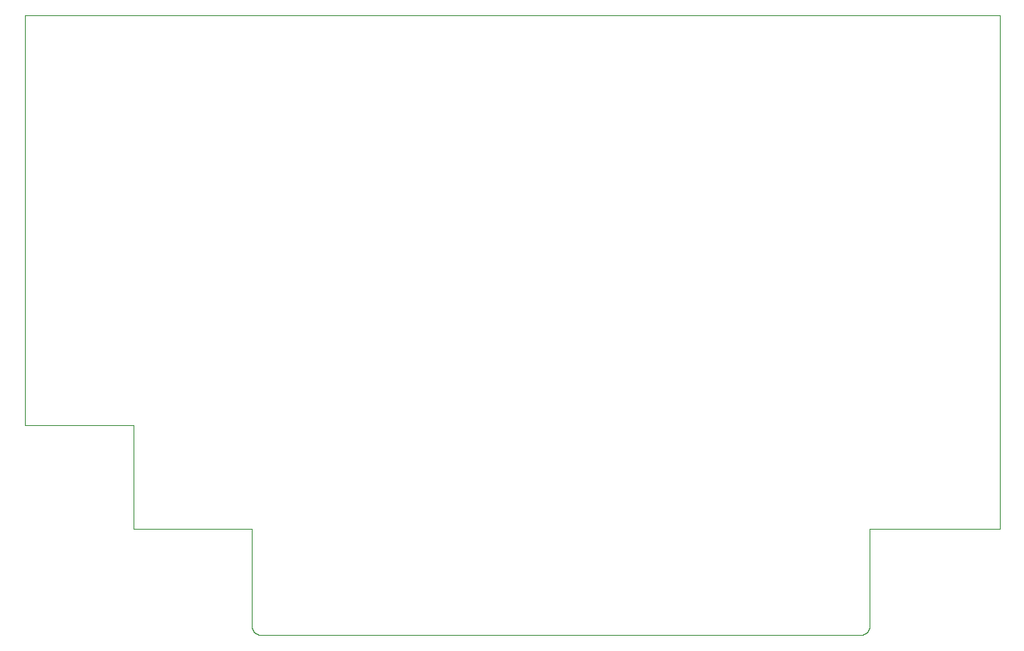
<source format=gbr>
G04 #@! TF.GenerationSoftware,KiCad,Pcbnew,(5.1.5)-3*
G04 #@! TF.CreationDate,2020-10-12T17:18:38+01:00*
G04 #@! TF.ProjectId,MSXPi1,4d535850-6931-42e6-9b69-6361645f7063,rev?*
G04 #@! TF.SameCoordinates,Original*
G04 #@! TF.FileFunction,Profile,NP*
%FSLAX46Y46*%
G04 Gerber Fmt 4.6, Leading zero omitted, Abs format (unit mm)*
G04 Created by KiCad (PCBNEW (5.1.5)-3) date 2020-10-12 17:18:38*
%MOMM*%
%LPD*%
G04 APERTURE LIST*
%ADD10C,0.050000*%
G04 APERTURE END LIST*
D10*
X94742000Y-67564000D02*
X197358000Y-67564000D01*
X94742000Y-110744000D02*
X94742000Y-67564000D01*
X106172000Y-110744000D02*
X94742000Y-110744000D01*
X106172000Y-121666000D02*
X106172000Y-110744000D01*
X118618000Y-121666000D02*
X106172000Y-121666000D01*
X118618000Y-132080000D02*
X118618000Y-121666000D01*
X118872000Y-132588000D02*
X118618000Y-132080000D01*
X119380000Y-132842000D02*
X118872000Y-132588000D01*
X182880000Y-132842000D02*
X119380000Y-132842000D01*
X183388000Y-132588000D02*
X182880000Y-132842000D01*
X183642000Y-132080000D02*
X183388000Y-132588000D01*
X183642000Y-121666000D02*
X183642000Y-132080000D01*
X197358000Y-121666000D02*
X183642000Y-121666000D01*
X197358000Y-67564000D02*
X197358000Y-121666000D01*
M02*

</source>
